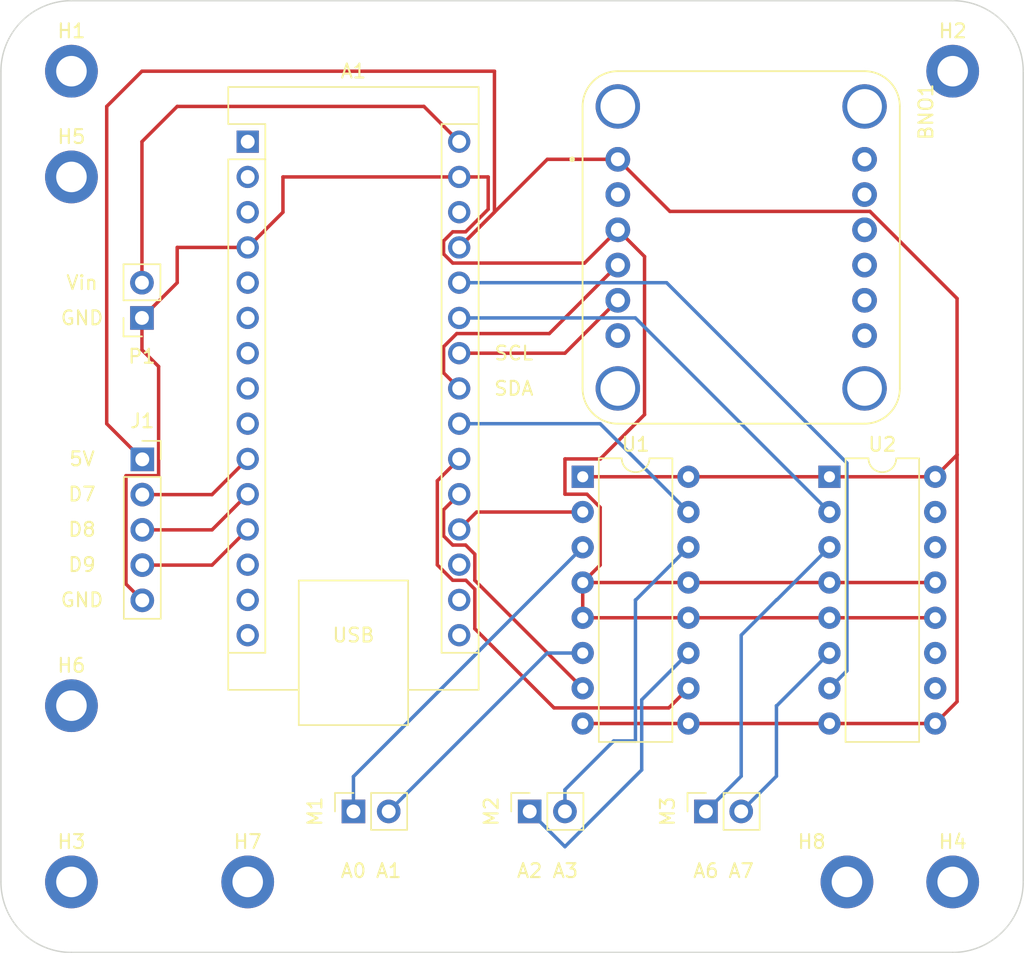
<source format=kicad_pcb>
(kicad_pcb (version 20211014) (generator pcbnew)
  (layers (0 "F.Cu" signal) (31 "B.Cu" signal) (34 "B.Paste" user) (35 "F.Paste" user) (36 "B.SilkS" user "B.Silkscreen") (37 "F.SilkS" user "F.Silkscreen") (38 "B.Mask" user) (39 "F.Mask" user) (44 "Edge.Cuts" user))
  (net 0 "")
  (net 4 "Net-(A1-Pad29)")
  (net 17 "Net-(A1-Pad27)")
  (net 18 "Net-(A1-Pad23)")
  (net 19 "Net-(A1-Pad24)")
  (net 20 "Net-(A1-Pad10)")
  (net 21 "Net-(A1-Pad11)")
  (net 22 "Net-(A1-Pad12)")
  (net 23 "Net-(A1-Pad19)")
  (net 24 "Net-(A1-Pad20)")
  (net 25 "Net-(A1-Pad21)")
  (net 26 "Net-(A1-Pad22)")
  (net 27 "Net-(U2-Pad2)")
  (net 28 "Net-(U2-Pad7)")
  (net 29 "Net-(A1-Pad30)")
  (net 38 "Net-(U1-Pad3)")
  (net 39 "Net-(U1-Pad6)")
  (net 40 "Net-(U1-Pad11)")
  (net 41 "Net-(U1-Pad14)")
  (net 42 "Net-(U2-Pad3)")
  (net 43 "Net-(U2-Pad6)")
  (footprint "MountingHole:MountingHole_2.2mm_M2_ISO14580_Pad" (layer "F.Cu") (at 162.56 114.3)
    (fp_text reference "H8" (at -2.54 -2.9) (layer "F.SilkS"))
    (fp_text value "MountingHole")
    (pad "1" thru_hole circle (at 0 0) (size 3.8 3.8) (drill 2.2) (layers *.Cu *.Mask))
  )
  (footprint "MountingHole:MountingHole_2.2mm_M2_ISO14580_Pad" (layer "F.Cu") (at 106.68 114.3)
    (fp_text reference "H3" (at 0 -2.9) (layer "F.SilkS"))
    (fp_text value "MountingHole")
    (pad "1" thru_hole circle (at 0 0) (size 3.8 3.8) (drill 2.2) (layers *.Cu *.Mask))
  )
  (footprint "Connector_PinSocket_2.54mm:PinSocket_1x02_P2.54mm_Vertical" (layer "F.Cu") (at 111.76 73.66 180)
    (fp_text reference "P1" (at 0 -2.77) (layer "F.SilkS"))
    (fp_text value "Conn_01x02")
    (fp_line (start 1.33 -1.33) (end 1.33 0) (layer "F.SilkS") (width 0.12))
    (fp_line (start -1.33 1.27) (end 1.33 1.27) (layer "F.SilkS") (width 0.12))
    (fp_line (start -1.33 1.27) (end -1.33 3.87) (layer "F.SilkS") (width 0.12))
    (fp_line (start 0 -1.33) (end 1.33 -1.33) (layer "F.SilkS") (width 0.12))
    (fp_line (start 1.33 1.27) (end 1.33 3.87) (layer "F.SilkS") (width 0.12))
    (fp_line (start -1.33 3.87) (end 1.33 3.87) (layer "F.SilkS") (width 0.12))
    (pad "1" thru_hole rect (at 0 0 180) (size 1.7 1.7) (drill 1) (layers *.Cu *.Mask) (net 4 "Net-(A1-Pad29)"))
    (pad "2" thru_hole oval (at 0 2.54 180) (size 1.7 1.7) (drill 1) (layers *.Cu *.Mask) (net 29 "Net-(A1-Pad30)"))
  )
  (footprint "MountingHole:MountingHole_2.2mm_M2_ISO14580_Pad" (layer "F.Cu") (at 106.68 101.6)
    (fp_text reference "H6" (at 0 -2.9) (layer "F.SilkS"))
    (fp_text value "MountingHole")
    (pad "1" thru_hole circle (at 0 0) (size 3.8 3.8) (drill 2.2) (layers *.Cu *.Mask))
  )
  (footprint "MountingHole:MountingHole_2.2mm_M2_ISO14580_Pad" (layer "F.Cu") (at 119.38 114.3)
    (fp_text reference "H7" (at 0 -2.9) (layer "F.SilkS"))
    (fp_text value "MountingHole")
    (pad "1" thru_hole circle (at 0 0) (size 3.8 3.8) (drill 2.2) (layers *.Cu *.Mask))
  )
  (footprint "Connector_PinSocket_2.54mm:PinSocket_1x02_P2.54mm_Vertical" (layer "F.Cu") (at 139.7 109.22 90)
    (fp_text reference "M2" (at 0 -2.77 90) (layer "F.SilkS"))
    (fp_text value "Conn_01x02")
    (fp_line (start 1.33 1.27) (end 1.33 3.87) (layer "F.SilkS") (width 0.12))
    (fp_line (start -1.33 3.87) (end 1.33 3.87) (layer "F.SilkS") (width 0.12))
    (fp_line (start -1.33 1.27) (end 1.33 1.27) (layer "F.SilkS") (width 0.12))
    (fp_line (start 0 -1.33) (end 1.33 -1.33) (layer "F.SilkS") (width 0.12))
    (fp_line (start -1.33 1.27) (end -1.33 3.87) (layer "F.SilkS") (width 0.12))
    (fp_line (start 1.33 -1.33) (end 1.33 0) (layer "F.SilkS") (width 0.12))
    (pad "1" thru_hole rect (at 0 0 90) (size 1.7 1.7) (drill 1) (layers *.Cu *.Mask) (net 40 "Net-(U1-Pad11)"))
    (pad "2" thru_hole oval (at 0 2.54 90) (size 1.7 1.7) (drill 1) (layers *.Cu *.Mask) (net 41 "Net-(U1-Pad14)"))
  )
  (footprint "Connector_PinSocket_2.54mm:PinSocket_1x05_P2.54mm_Vertical" (layer "F.Cu") (at 111.785 83.85)
    (fp_text reference "J1" (at 0 -2.77) (layer "F.SilkS"))
    (fp_text value "Conn_01x05")
    (fp_line (start -1.33 1.27) (end -1.33 11.49) (layer "F.SilkS") (width 0.12))
    (fp_line (start -1.33 11.49) (end 1.33 11.49) (layer "F.SilkS") (width 0.12))
    (fp_line (start -1.33 1.27) (end 1.33 1.27) (layer "F.SilkS") (width 0.12))
    (fp_line (start 1.33 -1.33) (end 1.33 0) (layer "F.SilkS") (width 0.12))
    (fp_line (start 0 -1.33) (end 1.33 -1.33) (layer "F.SilkS") (width 0.12))
    (fp_line (start 1.33 1.27) (end 1.33 11.49) (layer "F.SilkS") (width 0.12))
    (pad "1" thru_hole rect (at 0 0) (size 1.7 1.7) (drill 1) (layers *.Cu *.Mask) (net 17 "Net-(A1-Pad27)"))
    (pad "2" thru_hole oval (at 0 2.54) (size 1.7 1.7) (drill 1) (layers *.Cu *.Mask) (net 20 "Net-(A1-Pad10)"))
    (pad "3" thru_hole oval (at 0 5.08) (size 1.7 1.7) (drill 1) (layers *.Cu *.Mask) (net 21 "Net-(A1-Pad11)"))
    (pad "4" thru_hole oval (at 0 7.62) (size 1.7 1.7) (drill 1) (layers *.Cu *.Mask) (net 22 "Net-(A1-Pad12)"))
    (pad "5" thru_hole oval (at 0 10.16) (size 1.7 1.7) (drill 1) (layers *.Cu *.Mask) (net 4 "Net-(A1-Pad29)"))
  )
  (footprint "Package_DIP:DIP-16_W7.62mm" (layer "F.Cu") (at 161.3 85.105)
    (fp_text reference "U2" (at 3.81 -2.33) (layer "F.SilkS"))
    (fp_text value "L293D")
    (fp_line (start 2.81 -1.33) (end 1.16 -1.33) (layer "F.SilkS") (width 0.12))
    (fp_line (start 6.46 19.11) (end 6.46 -1.33) (layer "F.SilkS") (width 0.12))
    (fp_line (start 1.16 -1.33) (end 1.16 19.11) (layer "F.SilkS") (width 0.12))
    (fp_line (start 6.46 -1.33) (end 4.81 -1.33) (layer "F.SilkS") (width 0.12))
    (fp_line (start 1.16 19.11) (end 6.46 19.11) (layer "F.SilkS") (width 0.12))
    (fp_arc (start 4.81 -1.33) (mid 3.81 -0.33) (end 2.81 -1.33) (layer "F.SilkS") (width 0.12))
    (pad "1" thru_hole rect (at 0 0) (size 1.6 1.6) (drill 0.8) (layers *.Cu *.Mask) (net 17 "Net-(A1-Pad27)"))
    (pad "2" thru_hole oval (at 0 2.54) (size 1.6 1.6) (drill 0.8) (layers *.Cu *.Mask) (net 27 "Net-(U2-Pad2)"))
    (pad "3" thru_hole oval (at 0 5.08) (size 1.6 1.6) (drill 0.8) (layers *.Cu *.Mask) (net 42 "Net-(U2-Pad3)"))
    (pad "4" thru_hole oval (at 0 7.62) (size 1.6 1.6) (drill 0.8) (layers *.Cu *.Mask) (net 4 "Net-(A1-Pad29)"))
    (pad "5" thru_hole oval (at 0 10.16) (size 1.6 1.6) (drill 0.8) (layers *.Cu *.Mask) (net 4 "Net-(A1-Pad29)"))
    (pad "6" thru_hole oval (at 0 12.7) (size 1.6 1.6) (drill 0.8) (layers *.Cu *.Mask) (net 43 "Net-(U2-Pad6)"))
    (pad "7" thru_hole oval (at 0 15.24) (size 1.6 1.6) (drill 0.8) (layers *.Cu *.Mask) (net 28 "Net-(U2-Pad7)"))
    (pad "8" thru_hole oval (at 0 17.78) (size 1.6 1.6) (drill 0.8) (layers *.Cu *.Mask) (net 17 "Net-(A1-Pad27)"))
    (pad "9" thru_hole oval (at 7.62 17.78) (size 1.6 1.6) (drill 0.8) (layers *.Cu *.Mask) (net 17 "Net-(A1-Pad27)"))
    (pad "10" thru_hole oval (at 7.62 15.24) (size 1.6 1.6) (drill 0.8) (layers *.Cu *.Mask))
    (pad "11" thru_hole oval (at 7.62 12.7) (size 1.6 1.6) (drill 0.8) (layers *.Cu *.Mask))
    (pad "12" thru_hole oval (at 7.62 10.16) (size 1.6 1.6) (drill 0.8) (layers *.Cu *.Mask) (net 4 "Net-(A1-Pad29)"))
    (pad "13" thru_hole oval (at 7.62 7.62) (size 1.6 1.6) (drill 0.8) (layers *.Cu *.Mask) (net 4 "Net-(A1-Pad29)"))
    (pad "14" thru_hole oval (at 7.62 5.08) (size 1.6 1.6) (drill 0.8) (layers *.Cu *.Mask))
    (pad "15" thru_hole oval (at 7.62 2.54) (size 1.6 1.6) (drill 0.8) (layers *.Cu *.Mask))
    (pad "16" thru_hole oval (at 7.62 0) (size 1.6 1.6) (drill 0.8) (layers *.Cu *.Mask) (net 17 "Net-(A1-Pad27)"))
  )
  (footprint "MountingHole:MountingHole_2.2mm_M2_ISO14580_Pad" (layer "F.Cu") (at 106.68 63.5)
    (fp_text reference "H5" (at 0 -2.9) (layer "F.SilkS"))
    (fp_text value "MountingHole")
    (pad "1" thru_hole circle (at 0 0) (size 3.8 3.8) (drill 2.2) (layers *.Cu *.Mask))
  )
  (footprint "Module:Arduino_Nano" (layer "F.Cu") (at 119.38 60.96)
    (fp_text reference "A1" (at 7.62 -5.08) (layer "F.SilkS"))
    (fp_text value "Arduino_Nano_Every")
    (fp_text user "USB" (at 7.62 35.56 unlocked) (layer "F.SilkS"))
    (fp_line (start 16.64 39.5) (end 16.64 -3.94) (layer "F.SilkS") (width 0.12))
    (fp_line (start 3.68 42.04) (end 3.68 31.62) (layer "F.SilkS") (width 0.12))
    (fp_line (start 1.27 1.27) (end 1.27 -1.27) (layer "F.SilkS") (width 0.12))
    (fp_line (start 3.68 31.62) (end 11.56 31.62) (layer "F.SilkS") (width 0.12))
    (fp_line (start -1.4 39.5) (end 3.68 39.5) (layer "F.SilkS") (width 0.12))
    (fp_line (start 1.27 1.27) (end 1.27 36.83) (layer "F.SilkS") (width 0.12))
    (fp_line (start 16.64 -3.94) (end -1.4 -3.94) (layer "F.SilkS") (width 0.12))
    (fp_line (start 13.97 -1.27) (end 13.97 36.83) (layer "F.SilkS") (width 0.12))
    (fp_line (start 1.27 1.27) (end -1.4 1.27) (layer "F.SilkS") (width 0.12))
    (fp_line (start 13.97 -1.27) (end 16.64 -1.27) (layer "F.SilkS") (width 0.12))
    (fp_line (start 11.56 42.04) (end 3.68 42.04) (layer "F.SilkS") (width 0.12))
    (fp_line (start -1.4 -3.94) (end -1.4 -1.27) (layer "F.SilkS") (width 0.12))
    (fp_line (start -1.4 1.27) (end -1.4 39.5) (layer "F.SilkS") (width 0.12))
    (fp_line (start 11.56 31.62) (end 11.56 42.04) (layer "F.SilkS") (width 0.12))
    (fp_line (start 1.27 -1.27) (end -1.4 -1.27) (layer "F.SilkS") (width 0.12))
    (fp_line (start 16.64 39.5) (end 11.56 39.5) (layer "F.SilkS") (width 0.12))
    (fp_line (start 13.97 36.83) (end 16.64 36.83) (layer "F.SilkS") (width 0.12))
    (fp_line (start 1.27 36.83) (end -1.4 36.83) (layer "F.SilkS") (width 0.12))
    (pad "1" thru_hole rect (at 0 0) (size 1.6 1.6) (drill 1) (layers *.Cu *.Mask))
    (pad "2" thru_hole oval (at 0 2.54) (size 1.6 1.6) (drill 1) (layers *.Cu *.Mask))
    (pad "3" thru_hole oval (at 0 5.08) (size 1.6 1.6) (drill 1) (layers *.Cu *.Mask))
    (pad "4" thru_hole oval (at 0 7.62) (size 1.6 1.6) (drill 1) (layers *.Cu *.Mask) (net 4 "Net-(A1-Pad29)"))
    (pad "5" thru_hole oval (at 0 10.16) (size 1.6 1.6) (drill 1) (layers *.Cu *.Mask))
    (pad "6" thru_hole oval (at 0 12.7) (size 1.6 1.6) (drill 1) (layers *.Cu *.Mask))
    (pad "7" thru_hole oval (at 0 15.24) (size 1.6 1.6) (drill 1) (layers *.Cu *.Mask))
    (pad "8" thru_hole oval (at 0 17.78) (size 1.6 1.6) (drill 1) (layers *.Cu *.Mask))
    (pad "9" thru_hole oval (at 0 20.32) (size 1.6 1.6) (drill 1) (layers *.Cu *.Mask))
    (pad "10" thru_hole oval (at 0 22.86) (size 1.6 1.6) (drill 1) (layers *.Cu *.Mask) (net 20 "Net-(A1-Pad10)"))
    (pad "11" thru_hole oval (at 0 25.4) (size 1.6 1.6) (drill 1) (layers *.Cu *.Mask) (net 21 "Net-(A1-Pad11)"))
    (pad "12" thru_hole oval (at 0 27.94) (size 1.6 1.6) (drill 1) (layers *.Cu *.Mask) (net 22 "Net-(A1-Pad12)"))
    (pad "13" thru_hole oval (at 0 30.48) (size 1.6 1.6) (drill 1) (layers *.Cu *.Mask))
    (pad "14" thru_hole oval (at 0 33.02) (size 1.6 1.6) (drill 1) (layers *.Cu *.Mask))
    (pad "15" thru_hole oval (at 0 35.56) (size 1.6 1.6) (drill 1) (layers *.Cu *.Mask))
    (pad "16" thru_hole oval (at 15.24 35.56) (size 1.6 1.6) (drill 1) (layers *.Cu *.Mask))
    (pad "17" thru_hole oval (at 15.24 33.02) (size 1.6 1.6) (drill 1) (layers *.Cu *.Mask))
    (pad "18" thru_hole oval (at 15.24 30.48) (size 1.6 1.6) (drill 1) (layers *.Cu *.Mask))
    (pad "19" thru_hole oval (at 15.24 27.94) (size 1.6 1.6) (drill 1) (layers *.Cu *.Mask) (net 23 "Net-(A1-Pad19)"))
    (pad "20" thru_hole oval (at 15.24 25.4) (size 1.6 1.6) (drill 1) (layers *.Cu *.Mask) (net 24 "Net-(A1-Pad20)"))
    (pad "21" thru_hole oval (at 15.24 22.86) (size 1.6 1.6) (drill 1) (layers *.Cu *.Mask) (net 25 "Net-(A1-Pad21)"))
    (pad "22" thru_hole oval (at 15.24 20.32) (size 1.6 1.6) (drill 1) (layers *.Cu *.Mask) (net 26 "Net-(A1-Pad22)"))
    (pad "23" thru_hole oval (at 15.24 17.78) (size 1.6 1.6) (drill 1) (layers *.Cu *.Mask) (net 18 "Net-(A1-Pad23)"))
    (pad "24" thru_hole oval (at 15.24 15.24) (size 1.6 1.6) (drill 1) (layers *.Cu *.Mask) (net 19 "Net-(A1-Pad24)"))
    (pad "25" thru_hole oval (at 15.24 12.7) (size 1.6 1.6) (drill 1) (layers *.Cu *.Mask) (net 27 "Net-(U2-Pad2)"))
    (pad "26" thru_hole oval (at 15.24 10.16) (size 1.6 1.6) (drill 1) (layers *.Cu *.Mask) (net 28 "Net-(U2-Pad7)"))
    (pad "27" thru_hole oval (at 15.24 7.62) (size 1.6 1.6) (drill 1) (layers *.Cu *.Mask) (net 17 "Net-(A1-Pad27)"))
    (pad "28" thru_hole oval (at 15.24 5.08) (size 1.6 1.6) (drill 1) (layers *.Cu *.Mask))
    (pad "29" thru_hole oval (at 15.24 2.54) (size 1.6 1.6) (drill 1) (layers *.Cu *.Mask) (net 4 "Net-(A1-Pad29)"))
    (pad "30" thru_hole oval (at 15.24 0) (size 1.6 1.6) (drill 1) (layers *.Cu *.Mask) (net 29 "Net-(A1-Pad30)"))
  )
  (footprint "Connector_PinSocket_2.54mm:PinSocket_1x02_P2.54mm_Vertical" (layer "F.Cu") (at 152.4 109.22 90)
    (fp_text reference "M3" (at 0 -2.77 90) (layer "F.SilkS"))
    (fp_text value "Conn_01x02")
    (fp_line (start -1.33 3.87) (end 1.33 3.87) (layer "F.SilkS") (width 0.12))
    (fp_line (start 1.33 1.27) (end 1.33 3.87) (layer "F.SilkS") (width 0.12))
    (fp_line (start -1.33 1.27) (end 1.33 1.27) (layer "F.SilkS") (width 0.12))
    (fp_line (start 0 -1.33) (end 1.33 -1.33) (layer "F.SilkS") (width 0.12))
    (fp_line (start 1.33 -1.33) (end 1.33 0) (layer "F.SilkS") (width 0.12))
    (fp_line (start -1.33 1.27) (end -1.33 3.87) (layer "F.SilkS") (width 0.12))
    (pad "1" thru_hole rect (at 0 0 90) (size 1.7 1.7) (drill 1) (layers *.Cu *.Mask) (net 42 "Net-(U2-Pad3)"))
    (pad "2" thru_hole oval (at 0 2.54 90) (size 1.7 1.7) (drill 1) (layers *.Cu *.Mask) (net 43 "Net-(U2-Pad6)"))
  )
  (footprint "Connector_PinSocket_2.54mm:PinSocket_1x02_P2.54mm_Vertical" (layer "F.Cu") (at 127 109.22 90)
    (fp_text reference "M1" (at 0 -2.77 90) (layer "F.SilkS"))
    (fp_text value "Conn_01x02")
    (fp_line (start 1.33 1.27) (end 1.33 3.87) (layer "F.SilkS") (width 0.12))
    (fp_line (start 1.33 -1.33) (end 1.33 0) (layer "F.SilkS") (width 0.12))
    (fp_line (start -1.33 1.27) (end -1.33 3.87) (layer "F.SilkS") (width 0.12))
    (fp_line (start -1.33 1.27) (end 1.33 1.27) (layer "F.SilkS") (width 0.12))
    (fp_line (start -1.33 3.87) (end 1.33 3.87) (layer "F.SilkS") (width 0.12))
    (fp_line (start 0 -1.33) (end 1.33 -1.33) (layer "F.SilkS") (width 0.12))
    (pad "1" thru_hole rect (at 0 0 90) (size 1.7 1.7) (drill 1) (layers *.Cu *.Mask) (net 38 "Net-(U1-Pad3)"))
    (pad "2" thru_hole oval (at 0 2.54 90) (size 1.7 1.7) (drill 1) (layers *.Cu *.Mask) (net 39 "Net-(U1-Pad6)"))
  )
  (footprint "MountingHole:MountingHole_2.2mm_M2_ISO14580_Pad" (layer "F.Cu") (at 170.18 55.88)
    (fp_text reference "H2" (at 0 -2.9) (layer "F.SilkS"))
    (fp_text value "MountingHole")
    (pad "1" thru_hole circle (at 0 0) (size 3.8 3.8) (drill 2.2) (layers *.Cu *.Mask))
  )
  (footprint "Package_DIP:DIP-16_W7.62mm" (layer "F.Cu") (at 143.52 85.105)
    (fp_text reference "U1" (at 3.81 -2.33) (layer "F.SilkS"))
    (fp_text value "L293D")
    (fp_line (start 6.46 -1.33) (end 4.81 -1.33) (layer "F.SilkS") (width 0.12))
    (fp_line (start 6.46 19.11) (end 6.46 -1.33) (layer "F.SilkS") (width 0.12))
    (fp_line (start 1.16 -1.33) (end 1.16 19.11) (layer "F.SilkS") (width 0.12))
    (fp_line (start 1.16 19.11) (end 6.46 19.11) (layer "F.SilkS") (width 0.12))
    (fp_line (start 2.81 -1.33) (end 1.16 -1.33) (layer "F.SilkS") (width 0.12))
    (fp_arc (start 4.81 -1.33) (mid 3.81 -0.33) (end 2.81 -1.33) (layer "F.SilkS") (width 0.12))
    (pad "1" thru_hole rect (at 0 0) (size 1.6 1.6) (drill 0.8) (layers *.Cu *.Mask) (net 17 "Net-(A1-Pad27)"))
    (pad "2" thru_hole oval (at 0 2.54) (size 1.6 1.6) (drill 0.8) (layers *.Cu *.Mask) (net 23 "Net-(A1-Pad19)"))
    (pad "3" thru_hole oval (at 0 5.08) (size 1.6 1.6) (drill 0.8) (layers *.Cu *.Mask) (net 38 "Net-(U1-Pad3)"))
    (pad "4" thru_hole oval (at 0 7.62) (size 1.6 1.6) (drill 0.8) (layers *.Cu *.Mask) (net 4 "Net-(A1-Pad29)"))
    (pad "5" thru_hole oval (at 0 10.16) (size 1.6 1.6) (drill 0.8) (layers *.Cu *.Mask) (net 4 "Net-(A1-Pad29)"))
    (pad "6" thru_hole oval (at 0 12.7) (size 1.6 1.6) (drill 0.8) (layers *.Cu *.Mask) (net 39 "Net-(U1-Pad6)"))
    (pad "7" thru_hole oval (at 0 15.24) (size 1.6 1.6) (drill 0.8) (layers *.Cu *.Mask) (net 24 "Net-(A1-Pad20)"))
    (pad "8" thru_hole oval (at 0 17.78) (size 1.6 1.6) (drill 0.8) (layers *.Cu *.Mask) (net 17 "Net-(A1-Pad27)"))
    (pad "9" thru_hole oval (at 7.62 17.78) (size 1.6 1.6) (drill 0.8) (layers *.Cu *.Mask) (net 17 "Net-(A1-Pad27)"))
    (pad "10" thru_hole oval (at 7.62 15.24) (size 1.6 1.6) (drill 0.8) (layers *.Cu *.Mask) (net 25 "Net-(A1-Pad21)"))
    (pad "11" thru_hole oval (at 7.62 12.7) (size 1.6 1.6) (drill 0.8) (layers *.Cu *.Mask) (net 40 "Net-(U1-Pad11)"))
    (pad "12" thru_hole oval (at 7.62 10.16) (size 1.6 1.6) (drill 0.8) (layers *.Cu *.Mask) (net 4 "Net-(A1-Pad29)"))
    (pad "13" thru_hole oval (at 7.62 7.62) (size 1.6 1.6) (drill 0.8) (layers *.Cu *.Mask) (net 4 "Net-(A1-Pad29)"))
    (pad "14" thru_hole oval (at 7.62 5.08) (size 1.6 1.6) (drill 0.8) (layers *.Cu *.Mask) (net 41 "Net-(U1-Pad14)"))
    (pad "15" thru_hole oval (at 7.62 2.54) (size 1.6 1.6) (drill 0.8) (layers *.Cu *.Mask) (net 26 "Net-(A1-Pad22)"))
    (pad "16" thru_hole oval (at 7.62 0) (size 1.6 1.6) (drill 0.8) (layers *.Cu *.Mask) (net 17 "Net-(A1-Pad27)"))
  )
  (footprint "MountingHole:MountingHole_2.2mm_M2_ISO14580_Pad" (layer "F.Cu") (at 170.18 114.3)
    (fp_text reference "H4" (at 0 -2.9) (layer "F.SilkS"))
    (fp_text value "MountingHole")
    (pad "1" thru_hole circle (at 0 0) (size 3.8 3.8) (drill 2.2) (layers *.Cu *.Mask))
  )
  (footprint "MountingHole:MountingHole_2.2mm_M2_ISO14580_Pad" (layer "F.Cu") (at 106.68 55.88)
    (fp_text reference "H1" (at 0 -2.9) (layer "F.SilkS"))
    (fp_text value "MountingHole")
    (pad "1" thru_hole circle (at 0 0) (size 3.8 3.8) (drill 2.2) (layers *.Cu *.Mask))
  )
  (footprint "KiCad:MODULE_4754" (layer "F.Cu") (at 154.94 68.58 -90)
    (fp_text reference "BNO1" (at -9.775 -13.315 90) (layer "F.SilkS"))
    (fp_text value "4754")
    (fp_line (start -10.16 11.43) (end 10.16 11.43) (layer "F.SilkS") (width 0.127))
    (fp_line (start 10.16 -11.43) (end -10.16 -11.43) (layer "F.SilkS") (width 0.127))
    (fp_line (start -12.7 -8.89) (end -12.7 8.89) (layer "F.SilkS") (width 0.127))
    (fp_line (start 12.7 8.89) (end 12.7 -8.89) (layer "F.SilkS") (width 0.127))
    (fp_arc (start -12.7 -8.89) (mid -11.956051 -10.686051) (end -10.16 -11.43) (layer "F.SilkS") (width 0.127))
    (fp_arc (start -10.16 11.43) (mid -11.956051 10.686051) (end -12.7 8.89) (layer "F.SilkS") (width 0.127))
    (fp_arc (start 10.16 -11.43) (mid 11.956051 -10.686051) (end 12.7 -8.89) (layer "F.SilkS") (width 0.127))
    (fp_arc (start 12.7 8.89) (mid 11.956051 10.686051) (end 10.16 11.43) (layer "F.SilkS") (width 0.127))
    (fp_circle (center -6.35 12.18) (end -6.25 12.18) (layer "F.SilkS") (width 0.2) (fill none))
    (pad "JP1_1" thru_hole circle locked (at -6.35 8.89 270) (size 1.778 1.778) (drill 1) (layers *.Cu *.Mask) (net 17 "Net-(A1-Pad27)"))
    (pad "JP1_2" thru_hole circle locked (at -3.81 8.89 270) (size 1.778 1.778) (drill 1) (layers *.Cu *.Mask))
    (pad "JP1_3" thru_hole circle locked (at -1.27 8.89 270) (size 1.778 1.778) (drill 1) (layers *.Cu *.Mask) (net 4 "Net-(A1-Pad29)"))
    (pad "JP1_4" thru_hole circle locked (at 1.27 8.89 270) (size 1.778 1.778) (drill 1) (layers *.Cu *.Mask) (net 18 "Net-(A1-Pad23)"))
    (pad "JP1_5" thru_hole circle locked (at 3.81 8.89 270) (size 1.778 1.778) (drill 1) (layers *.Cu *.Mask) (net 19 "Net-(A1-Pad24)"))
    (pad "JP1_6" thru_hole circle locked (at 6.35 8.89 270) (size 1.778 1.778) (drill 1) (layers *.Cu *.Mask))
    (pad "JP2_1" thru_hole circle locked (at -6.35 -8.89 270) (size 1.778 1.778) (drill 1) (layers *.Cu *.Mask))
    (pad "JP2_2" thru_hole circle locked (at -3.81 -8.89 270) (size 1.778 1.778) (drill 1) (layers *.Cu *.Mask))
    (pad "JP2_3" thru_hole circle locked (at -1.27 -8.89 270) (size 1.778 1.778) (drill 1) (layers *.Cu *.Mask))
    (pad "JP2_4" thru_hole circle locked (at 1.27 -8.89 270) (size 1.778 1.778) (drill 1) (layers *.Cu *.Mask))
    (pad "JP2_5" thru_hole circle locked (at 3.81 -8.89 270) (size 1.778 1.778) (drill 1) (layers *.Cu *.Mask))
    (pad "JP2_6" thru_hole circle locked (at 6.35 -8.89 270) (size 1.778 1.778) (drill 1) (layers *.Cu *.Mask))
    (pad "P1" thru_hole circle locked (at -10.16 -8.89 270) (size 3.2 3.2) (drill 2.5) (layers *.Cu *.Mask))
    (pad "P2" thru_hole circle locked (at 10.16 -8.89 270) (size 3.2 3.2) (drill 2.5) (layers *.Cu *.Mask))
    (pad "P3" thru_hole circle locked (at -10.16 8.89 270) (size 3.2 3.2) (drill 2.5) (layers *.Cu *.Mask))
    (pad "P4" thru_hole circle locked (at 10.16 8.89 270) (size 3.2 3.2) (drill 2.5) (layers *.Cu *.Mask))
  )
  (gr_arc (start 175.26 114.3) (mid 173.772102 117.892102) (end 170.18 119.38) (layer "Edge.Cuts") (width 0.1))
  (gr_arc (start 106.68 119.38) (mid 103.087898 117.892102) (end 101.6 114.3) (layer "Edge.Cuts") (width 0.1))
  (gr_line (start 170.18 119.38) (end 106.68 119.38) (layer "Edge.Cuts") (width 0.1))
  (gr_line (start 175.26 55.88) (end 175.26 114.3) (layer "Edge.Cuts") (width 0.1))
  (gr_line (start 106.68 50.8) (end 170.18 50.8) (layer "Edge.Cuts") (width 0.1))
  (gr_arc (start 170.18 50.8) (mid 173.772102 52.287898) (end 175.26 55.88) (layer "Edge.Cuts") (width 0.1))
  (gr_arc (start 101.6 55.88) (mid 103.087898 52.287898) (end 106.68 50.8) (layer "Edge.Cuts") (width 0.1))
  (gr_line (start 101.6 55.88) (end 101.6 114.3) (layer "Edge.Cuts") (width 0.1))
  (gr_text "SCL   " (at 139.7 76.2) (layer "F.SilkS") (effects (font (size 1 1))))
  (gr_text "A3\n\n" (at 142.27 114.3) (layer "F.SilkS") (effects (font (size 1 1))))
  (gr_text "  D8" (at 106.68 88.9) (layer "F.SilkS") (effects (font (size 1 1))))
  (gr_text "A6\n\n" (at 152.4 114.3) (layer "F.SilkS") (effects (font (size 1 1))))
  (gr_text "  5V" (at 106.68 83.82) (layer "F.SilkS") (effects (font (size 1 1))))
  (gr_text "SDA   " (at 139.7 78.74) (layer "F.SilkS") (effects (font (size 1 1))))
  (gr_text "A7\n\n" (at 154.94 114.3) (layer "F.SilkS") (effects (font (size 1 1))))
  (gr_text "A2\n\n" (at 139.7 114.3) (layer "F.SilkS") (effects (font (size 1 1))))
  (gr_text "  GND" (at 106.68 73.66) (layer "F.SilkS") (effects (font (size 1 1))))
  (gr_text "  D9" (at 106.68 91.44) (layer "F.SilkS") (effects (font (size 1 1))))
  (gr_text "A0\n\n" (at 127 114.3) (layer "F.SilkS") (effects (font (size 1 1))))
  (gr_text "A1\n\n" (at 129.54 114.3) (layer "F.SilkS") (effects (font (size 1 1))))
  (gr_text "  GND" (at 106.68 93.98) (layer "F.SilkS") (effects (font (size 1 1))))
  (gr_text "  Vin" (at 106.68 71.12) (layer "F.SilkS") (effects (font (size 1 1))))
  (gr_text "  D7" (at 106.68 86.36) (layer "F.SilkS") (effects (font (size 1 1))))
  (segment (start 110.61 92.835) (end 110.61 85.025) (width 0.25) (layer "F.Cu") (net 4))
  (segment (start 144.78 87.314009) (end 144.78 91.465) (width 0.25) (layer "F.Cu") (net 4))
  (segment (start 147.975 80.625) (end 147.975 69.235) (width 0.25) (layer "F.Cu") (net 4))
  (segment (start 111.76 73.66) (end 111.76 75.96) (width 0.25) (layer "F.Cu") (net 4))
  (segment (start 143.825991 86.36) (end 144.78 87.314009) (width 0.25) (layer "F.Cu") (net 4))
  (segment (start 144.78 83.82) (end 142.24 83.82) (width 0.25) (layer "F.Cu") (net 4))
  (segment (start 142.24 86.36) (end 143.825991 86.36) (width 0.25) (layer "F.Cu") (net 4))
  (segment (start 111.76 75.96) (end 112.96 77.16) (width 0.25) (layer "F.Cu") (net 4))
  (segment (start 143.655 69.705) (end 146.05 67.31) (width 0.25) (layer "F.Cu") (net 4))
  (segment (start 110.61 85.025) (end 112.96 85.025) (width 0.25) (layer "F.Cu") (net 4))
  (segment (start 144.78 91.465) (end 143.52 92.725) (width 0.25) (layer "F.Cu") (net 4))
  (segment (start 112.96 85.025) (end 112.96 77.16) (width 0.25) (layer "F.Cu") (net 4))
  (segment (start 114.3 71.12) (end 114.3 68.58) (width 0.25) (layer "F.Cu") (net 4))
  (segment (start 136.71 63.5) (end 136.71 65.830991) (width 0.25) (layer "F.Cu") (net 4))
  (segment (start 119.38 68.58) (end 121.92 66.04) (width 0.25) (layer "F.Cu") (net 4))
  (segment (start 111.785 94.01) (end 110.61 92.835) (width 0.25) (layer "F.Cu") (net 4))
  (segment (start 134.154009 69.705) (end 143.655 69.705) (width 0.25) (layer "F.Cu") (net 4))
  (segment (start 121.92 63.5) (end 134.62 63.5) (width 0.25) (layer "F.Cu") (net 4))
  (segment (start 134.62 63.5) (end 136.71 63.5) (width 0.25) (layer "F.Cu") (net 4))
  (segment (start 147.975 69.235) (end 146.05 67.31) (width 0.25) (layer "F.Cu") (net 4))
  (segment (start 143.52 92.725) (end 151.14 92.725) (width 0.25) (layer "F.Cu") (net 4))
  (segment (start 144.78 83.82) (end 147.975 80.625) (width 0.25) (layer "F.Cu") (net 4))
  (segment (start 134.154009 67.455) (end 133.495 68.114009) (width 0.25) (layer "F.Cu") (net 4))
  (segment (start 144.805 83.82) (end 144.78 83.82) (width 0.25) (layer "F.Cu") (net 4))
  (segment (start 133.495 68.114009) (end 133.495 69.045991) (width 0.25) (layer "F.Cu") (net 4))
  (segment (start 136.71 65.830991) (end 135.085991 67.455) (width 0.25) (layer "F.Cu") (net 4))
  (segment (start 114.3 68.58) (end 119.38 68.58) (width 0.25) (layer "F.Cu") (net 4))
  (segment (start 135.085991 67.455) (end 134.154009 67.455) (width 0.25) (layer "F.Cu") (net 4))
  (segment (start 161.3 95.265) (end 168.92 95.265) (width 0.25) (layer "F.Cu") (net 4))
  (segment (start 143.52 92.725) (end 143.52 95.265) (width 0.25) (layer "F.Cu") (net 4))
  (segment (start 133.495 69.045991) (end 134.154009 69.705) (width 0.25) (layer "F.Cu") (net 4))
  (segment (start 151.14 95.265) (end 161.3 95.265) (width 0.25) (layer "F.Cu") (net 4))
  (segment (start 121.92 66.04) (end 121.92 63.5) (width 0.25) (layer "F.Cu") (net 4))
  (segment (start 111.76 73.66) (end 114.3 71.12) (width 0.25) (layer "F.Cu") (net 4))
  (segment (start 142.24 83.82) (end 142.24 86.36) (width 0.25) (layer "F.Cu") (net 4))
  (segment (start 151.14 92.725) (end 161.3 92.725) (width 0.25) (layer "F.Cu") (net 4))
  (segment (start 161.3 92.725) (end 168.92 92.725) (width 0.25) (layer "F.Cu") (net 4))
  (segment (start 143.52 95.265) (end 151.14 95.265) (width 0.25) (layer "F.Cu") (net 4))
  (segment (start 111.785 83.85) (end 111.785 83.845) (width 0.25) (layer "F.Cu") (net 17))
  (segment (start 111.76 55.88) (end 137.16 55.88) (width 0.25) (layer "F.Cu") (net 17))
  (segment (start 137.16 66.04) (end 134.62 68.58) (width 0.25) (layer "F.Cu") (net 17))
  (segment (start 161.3 85.105) (end 168.92 85.105) (width 0.25) (layer "F.Cu") (net 17))
  (segment (start 170.495 83.53) (end 170.495 83.505) (width 0.25) (layer "F.Cu") (net 17))
  (segment (start 109.22 58.42) (end 111.76 55.88) (width 0.25) (layer "F.Cu") (net 17))
  (segment (start 151.14 102.885) (end 161.3 102.885) (width 0.25) (layer "F.Cu") (net 17))
  (segment (start 168.92 102.885) (end 170.495 101.31) (width 0.25) (layer "F.Cu") (net 17))
  (segment (start 168.92 85.105) (end 170.495 83.53) (width 0.25) (layer "F.Cu") (net 17))
  (segment (start 111.785 83.845) (end 109.22 81.28) (width 0.25) (layer "F.Cu") (net 17))
  (segment (start 109.22 81.28) (end 109.22 58.42) (width 0.25) (layer "F.Cu") (net 17))
  (segment (start 134.62 68.58) (end 140.97 62.23) (width 0.25) (layer "F.Cu") (net 17))
  (segment (start 143.52 85.105) (end 151.14 85.105) (width 0.25) (layer "F.Cu") (net 17))
  (segment (start 151.14 85.105) (end 161.3 85.105) (width 0.25) (layer "F.Cu") (net 17))
  (segment (start 149.804 65.984) (end 146.05 62.23) (width 0.25) (layer "F.Cu") (net 17))
  (segment (start 164.220856 65.984) (end 149.804 65.984) (width 0.25) (layer "F.Cu") (net 17))
  (segment (start 143.52 102.885) (end 151.14 102.885) (width 0.25) (layer "F.Cu") (net 17))
  (segment (start 161.3 102.885) (end 168.92 102.885) (width 0.25) (layer "F.Cu") (net 17))
  (segment (start 170.495 101.31) (end 170.495 83.505) (width 0.25) (layer "F.Cu") (net 17))
  (segment (start 137.16 55.88) (end 137.16 66.04) (width 0.25) (layer "F.Cu") (net 17))
  (segment (start 140.97 62.23) (end 146.05 62.23) (width 0.25) (layer "F.Cu") (net 17))
  (segment (start 170.495 72.258144) (end 164.220856 65.984) (width 0.25) (layer "F.Cu") (net 17))
  (segment (start 170.495 83.505) (end 170.495 72.258144) (width 0.25) (layer "F.Cu") (net 17))
  (segment (start 133.495 77.615) (end 133.495 75.734009) (width 0.25) (layer "F.Cu") (net 18))
  (segment (start 141.115 74.785) (end 146.05 69.85) (width 0.25) (layer "F.Cu") (net 18))
  (segment (start 133.495 75.734009) (end 134.444009 74.785) (width 0.25) (layer "F.Cu") (net 18))
  (segment (start 134.444009 74.785) (end 141.115 74.785) (width 0.25) (layer "F.Cu") (net 18))
  (segment (start 134.62 78.74) (end 133.495 77.615) (width 0.25) (layer "F.Cu") (net 18))
  (segment (start 134.62 76.2) (end 142.24 76.2) (width 0.25) (layer "F.Cu") (net 19))
  (segment (start 142.24 76.2) (end 146.05 72.39) (width 0.25) (layer "F.Cu") (net 19))
  (segment (start 111.785 86.39) (end 116.81 86.39) (width 0.25) (layer "F.Cu") (net 20))
  (segment (start 116.81 86.39) (end 119.38 83.82) (width 0.25) (layer "F.Cu") (net 20))
  (segment (start 116.81 88.93) (end 119.38 86.36) (width 0.25) (layer "F.Cu") (net 21))
  (segment (start 111.785 88.93) (end 116.81 88.93) (width 0.25) (layer "F.Cu") (net 21))
  (segment (start 111.785 91.47) (end 116.81 91.47) (width 0.25) (layer "F.Cu") (net 22))
  (segment (start 116.81 91.47) (end 119.38 88.9) (width 0.25) (layer "F.Cu") (net 22))
  (segment (start 143.52 87.645) (end 135.875 87.645) (width 0.25) (layer "F.Cu") (net 23))
  (segment (start 135.875 87.645) (end 134.62 88.9) (width 0.25) (layer "F.Cu") (net 23))
  (segment (start 135.745 90.684009) (end 135.085991 90.025) (width 0.25) (layer "F.Cu") (net 24))
  (segment (start 143.52 100.345) (end 135.745 92.57) (width 0.25) (layer "F.Cu") (net 24))
  (segment (start 133.495 89.365991) (end 133.495 87.485) (width 0.25) (layer "F.Cu") (net 24))
  (segment (start 135.745 92.57) (end 135.745 90.684009) (width 0.25) (layer "F.Cu") (net 24))
  (segment (start 135.085991 90.025) (end 134.154009 90.025) (width 0.25) (layer "F.Cu") (net 24))
  (segment (start 134.154009 90.025) (end 133.495 89.365991) (width 0.25) (layer "F.Cu") (net 24))
  (segment (start 133.495 87.485) (end 134.62 86.36) (width 0.25) (layer "F.Cu") (net 24))
  (segment (start 133.045 85.395) (end 134.62 83.82) (width 0.25) (layer "F.Cu") (net 25))
  (segment (start 135.745 96.054009) (end 135.745 93.206396) (width 0.25) (layer "F.Cu") (net 25))
  (segment (start 149.725 101.76) (end 141.450991 101.76) (width 0.25) (layer "F.Cu") (net 25))
  (segment (start 135.745 93.206396) (end 135.103604 92.565) (width 0.25) (layer "F.Cu") (net 25))
  (segment (start 151.14 100.345) (end 149.725 101.76) (width 0.25) (layer "F.Cu") (net 25))
  (segment (start 133.045 91.455991) (end 133.045 85.395) (width 0.25) (layer "F.Cu") (net 25))
  (segment (start 134.154009 92.565) (end 133.045 91.455991) (width 0.25) (layer "F.Cu") (net 25))
  (segment (start 141.450991 101.76) (end 135.745 96.054009) (width 0.25) (layer "F.Cu") (net 25))
  (segment (start 135.103604 92.565) (end 134.154009 92.565) (width 0.25) (layer "F.Cu") (net 25))
  (segment (start 144.775 81.28) (end 134.62 81.28) (width 0.25) (layer "B.Cu") (net 26))
  (segment (start 151.14 87.645) (end 144.775 81.28) (width 0.25) (layer "B.Cu") (net 26))
  (segment (start 147.315 73.66) (end 134.62 73.66) (width 0.25) (layer "B.Cu") (net 27))
  (segment (start 161.3 87.645) (end 147.315 73.66) (width 0.25) (layer "B.Cu") (net 27))
  (segment (start 134.62 71.12) (end 149.565 71.12) (width 0.25) (layer "B.Cu") (net 28))
  (segment (start 162.56 84.115) (end 162.56 99.085) (width 0.25) (layer "B.Cu") (net 28))
  (segment (start 149.565 71.12) (end 162.56 84.115) (width 0.25) (layer "B.Cu") (net 28))
  (segment (start 162.56 99.085) (end 161.3 100.345) (width 0.25) (layer "B.Cu") (net 28))
  (segment (start 111.76 71.12) (end 111.76 60.96) (width 0.25) (layer "F.Cu") (net 29))
  (segment (start 111.76 60.96) (end 114.3 58.42) (width 0.25) (layer "F.Cu") (net 29))
  (segment (start 132.08 58.42) (end 134.62 60.96) (width 0.25) (layer "F.Cu") (net 29))
  (segment (start 114.3 58.42) (end 132.08 58.42) (width 0.25) (layer "F.Cu") (net 29))
  (segment (start 127 106.705) (end 143.52 90.185) (width 0.25) (layer "B.Cu") (net 38))
  (segment (start 127 109.22) (end 127 106.705) (width 0.25) (layer "B.Cu") (net 38))
  (segment (start 143.52 97.805) (end 140.955 97.805) (width 0.25) (layer "B.Cu") (net 39))
  (segment (start 140.955 97.805) (end 129.54 109.22) (width 0.25) (layer "B.Cu") (net 39))
  (segment (start 147.77 101.175) (end 147.77 106.23) (width 0.25) (layer "B.Cu") (net 40))
  (segment (start 142.24 111.76) (end 139.7 109.22) (width 0.25) (layer "B.Cu") (net 40))
  (segment (start 151.14 97.805) (end 147.77 101.175) (width 0.25) (layer "B.Cu") (net 40))
  (segment (start 147.77 106.23) (end 142.24 111.76) (width 0.25) (layer "B.Cu") (net 40))
  (segment (start 142.24 109.22) (end 142.24 107.654009) (width 0.25) (layer "B.Cu") (net 41))
  (segment (start 145.754009 104.14) (end 147.32 104.14) (width 0.25) (layer "B.Cu") (net 41))
  (segment (start 147.32 104.14) (end 147.32 93.98) (width 0.25) (layer "B.Cu") (net 41))
  (segment (start 142.24 107.654009) (end 145.754009 104.14) (width 0.25) (layer "B.Cu") (net 41))
  (segment (start 147.345 93.98) (end 151.14 90.185) (width 0.25) (layer "B.Cu") (net 41))
  (segment (start 147.32 93.98) (end 147.345 93.98) (width 0.25) (layer "B.Cu") (net 41))
  (segment (start 157.48 93.98) (end 154.94 96.52) (width 0.25) (layer "B.Cu") (net 42))
  (segment (start 157.505 93.98) (end 157.48 93.98) (width 0.25) (layer "B.Cu") (net 42))
  (segment (start 154.94 96.52) (end 154.94 106.68) (width 0.25) (layer "B.Cu") (net 42))
  (segment (start 161.3 90.185) (end 157.505 93.98) (width 0.25) (layer "B.Cu") (net 42))
  (segment (start 154.94 106.68) (end 152.4 109.22) (width 0.25) (layer "B.Cu") (net 42))
  (segment (start 157.505 101.6) (end 161.3 97.805) (width 0.25) (layer "B.Cu") (net 43))
  (segment (start 154.94 109.22) (end 157.48 106.68) (width 0.25) (layer "B.Cu") (net 43))
  (segment (start 157.48 101.6) (end 157.505 101.6) (width 0.25) (layer "B.Cu") (net 43))
  (segment (start 157.48 106.68) (end 157.48 101.6) (width 0.25) (layer "B.Cu") (net 43))
)
</source>
